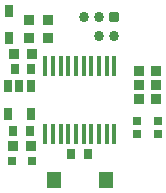
<source format=gts>
%TF.GenerationSoftware,KiCad,Pcbnew,9.0.0*%
%TF.CreationDate,2025-03-31T12:15:58+01:00*%
%TF.ProjectId,vm_rgb_led_0.2,766d5f72-6762-45f6-9c65-645f302e322e,v0.2*%
%TF.SameCoordinates,PX518a060PY47868c0*%
%TF.FileFunction,Soldermask,Top*%
%TF.FilePolarity,Negative*%
%FSLAX45Y45*%
G04 Gerber Fmt 4.5, Leading zero omitted, Abs format (unit mm)*
G04 Created by KiCad (PCBNEW 9.0.0) date 2025-03-31 12:15:58*
%MOMM*%
%LPD*%
G01*
G04 APERTURE LIST*
G04 Aperture macros list*
%AMRoundRect*
0 Rectangle with rounded corners*
0 $1 Rounding radius*
0 $2 $3 $4 $5 $6 $7 $8 $9 X,Y pos of 4 corners*
0 Add a 4 corners polygon primitive as box body*
4,1,4,$2,$3,$4,$5,$6,$7,$8,$9,$2,$3,0*
0 Add four circle primitives for the rounded corners*
1,1,$1+$1,$2,$3*
1,1,$1+$1,$4,$5*
1,1,$1+$1,$6,$7*
1,1,$1+$1,$8,$9*
0 Add four rect primitives between the rounded corners*
20,1,$1+$1,$2,$3,$4,$5,0*
20,1,$1+$1,$4,$5,$6,$7,0*
20,1,$1+$1,$6,$7,$8,$9,0*
20,1,$1+$1,$8,$9,$2,$3,0*%
G04 Aperture macros list end*
%ADD10RoundRect,0.172720X-0.259080X-0.259080X0.259080X-0.259080X0.259080X0.259080X-0.259080X0.259080X0*%
%ADD11C,0.863600*%
%ADD12R,0.860000X0.810000*%
%ADD13R,0.700000X1.000000*%
%ADD14R,0.800000X0.800000*%
%ADD15R,0.800000X0.900000*%
%ADD16O,0.360000X1.740000*%
%ADD17R,1.230000X1.360000*%
%ADD18R,0.810000X0.860000*%
%ADD19R,0.750000X1.000000*%
%ADD20R,0.800000X0.700000*%
G04 APERTURE END LIST*
D10*
%TO.C,J1*%
X237500Y700000D03*
D11*
X237500Y542520D03*
X110500Y700000D03*
X110500Y542520D03*
X-16500Y700000D03*
%TD*%
D12*
%TO.C,R7*%
X-320000Y525000D03*
X-320000Y675000D03*
%TD*%
D13*
%TO.C,U2*%
X-465000Y120000D03*
X-560000Y120000D03*
X-655000Y120000D03*
X-655000Y-120000D03*
X-465000Y-120000D03*
%TD*%
D14*
%TO.C,D1*%
X-455000Y-520000D03*
X-625000Y-520000D03*
%TD*%
D12*
%TO.C,R6*%
X-480000Y525000D03*
X-480000Y675000D03*
%TD*%
D15*
%TO.C,C3*%
X-470000Y-260000D03*
X-610000Y-260000D03*
%TD*%
D16*
%TO.C,U1*%
X-341000Y-287000D03*
X-276000Y-287000D03*
X-211000Y-287000D03*
X-146000Y-287000D03*
X-80000Y-287000D03*
X-15000Y-287000D03*
X50000Y-287000D03*
X115000Y-287000D03*
X180000Y-287000D03*
X245000Y-287000D03*
X245000Y287000D03*
X180000Y287000D03*
X115000Y287000D03*
X50000Y287000D03*
X-15000Y287000D03*
X-80000Y287000D03*
X-146000Y287000D03*
X-211000Y287000D03*
X-276000Y287000D03*
X-341000Y287000D03*
%TD*%
D17*
%TO.C,SW1*%
X170000Y-680000D03*
X-266000Y-680000D03*
%TD*%
D18*
%TO.C,R4*%
X600000Y10000D03*
X450000Y10000D03*
%TD*%
%TO.C,R3*%
X600000Y130000D03*
X450000Y130000D03*
%TD*%
%TO.C,R5*%
X-455000Y390000D03*
X-605000Y390000D03*
%TD*%
D15*
%TO.C,C1*%
X-120000Y-460000D03*
X20000Y-460000D03*
%TD*%
D18*
%TO.C,R2*%
X600000Y250000D03*
X450000Y250000D03*
%TD*%
D15*
%TO.C,C2*%
X-460000Y260000D03*
X-600000Y260000D03*
%TD*%
D18*
%TO.C,R1*%
X-465000Y-390000D03*
X-615000Y-390000D03*
%TD*%
D19*
%TO.C,D2*%
X-650000Y757000D03*
X-650000Y523000D03*
%TD*%
D20*
%TO.C,D3*%
X440000Y-175000D03*
X610000Y-175000D03*
X610000Y-285000D03*
X440000Y-285000D03*
%TD*%
M02*

</source>
